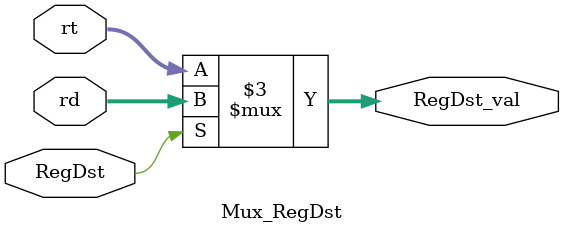
<source format=v>
`timescale 1ns / 1ps
module Mux_RegDst(RegDst,rt,rd,RegDst_val);
input RegDst;
input [4:0]rt,rd;
output reg [4:0] RegDst_val;
always@(*)
	begin
		if(RegDst)
			RegDst_val<=rd;
		else
			RegDst_val<=rt;
	end

endmodule

</source>
